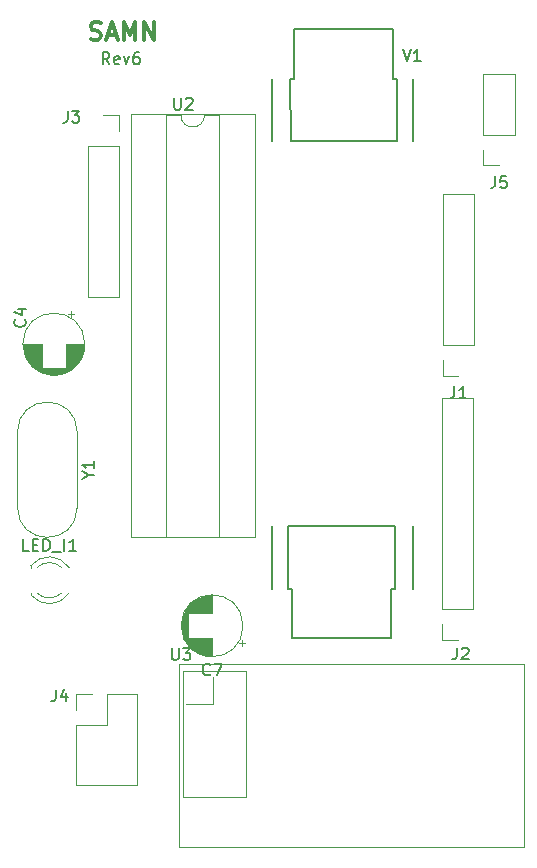
<source format=gto>
G04 #@! TF.GenerationSoftware,KiCad,Pcbnew,5.0.1-33cea8e~68~ubuntu18.04.1*
G04 #@! TF.CreationDate,2018-11-23T15:34:50-05:00*
G04 #@! TF.ProjectId,samn,73616D6E2E6B696361645F7063620000,6*
G04 #@! TF.SameCoordinates,Original*
G04 #@! TF.FileFunction,Legend,Top*
G04 #@! TF.FilePolarity,Positive*
%FSLAX46Y46*%
G04 Gerber Fmt 4.6, Leading zero omitted, Abs format (unit mm)*
G04 Created by KiCad (PCBNEW 5.0.1-33cea8e~68~ubuntu18.04.1) date Fri 23 Nov 2018 03:34:50 PM EST*
%MOMM*%
%LPD*%
G01*
G04 APERTURE LIST*
%ADD10C,0.160000*%
%ADD11C,0.300000*%
%ADD12C,0.120000*%
%ADD13C,0.150000*%
G04 APERTURE END LIST*
D10*
X30763523Y-24602380D02*
X30430190Y-24126190D01*
X30192095Y-24602380D02*
X30192095Y-23602380D01*
X30573047Y-23602380D01*
X30668285Y-23650000D01*
X30715904Y-23697619D01*
X30763523Y-23792857D01*
X30763523Y-23935714D01*
X30715904Y-24030952D01*
X30668285Y-24078571D01*
X30573047Y-24126190D01*
X30192095Y-24126190D01*
X31573047Y-24554761D02*
X31477809Y-24602380D01*
X31287333Y-24602380D01*
X31192095Y-24554761D01*
X31144476Y-24459523D01*
X31144476Y-24078571D01*
X31192095Y-23983333D01*
X31287333Y-23935714D01*
X31477809Y-23935714D01*
X31573047Y-23983333D01*
X31620666Y-24078571D01*
X31620666Y-24173809D01*
X31144476Y-24269047D01*
X31954000Y-23935714D02*
X32192095Y-24602380D01*
X32430190Y-23935714D01*
X33239714Y-23602380D02*
X33049238Y-23602380D01*
X32954000Y-23650000D01*
X32906380Y-23697619D01*
X32811142Y-23840476D01*
X32763523Y-24030952D01*
X32763523Y-24411904D01*
X32811142Y-24507142D01*
X32858761Y-24554761D01*
X32954000Y-24602380D01*
X33144476Y-24602380D01*
X33239714Y-24554761D01*
X33287333Y-24507142D01*
X33334952Y-24411904D01*
X33334952Y-24173809D01*
X33287333Y-24078571D01*
X33239714Y-24030952D01*
X33144476Y-23983333D01*
X32954000Y-23983333D01*
X32858761Y-24030952D01*
X32811142Y-24078571D01*
X32763523Y-24173809D01*
D11*
X29180714Y-22457142D02*
X29395000Y-22528571D01*
X29752142Y-22528571D01*
X29895000Y-22457142D01*
X29966428Y-22385714D01*
X30037857Y-22242857D01*
X30037857Y-22100000D01*
X29966428Y-21957142D01*
X29895000Y-21885714D01*
X29752142Y-21814285D01*
X29466428Y-21742857D01*
X29323571Y-21671428D01*
X29252142Y-21600000D01*
X29180714Y-21457142D01*
X29180714Y-21314285D01*
X29252142Y-21171428D01*
X29323571Y-21100000D01*
X29466428Y-21028571D01*
X29823571Y-21028571D01*
X30037857Y-21100000D01*
X30609285Y-22100000D02*
X31323571Y-22100000D01*
X30466428Y-22528571D02*
X30966428Y-21028571D01*
X31466428Y-22528571D01*
X31966428Y-22528571D02*
X31966428Y-21028571D01*
X32466428Y-22100000D01*
X32966428Y-21028571D01*
X32966428Y-22528571D01*
X33680714Y-22528571D02*
X33680714Y-21028571D01*
X34537857Y-22528571D01*
X34537857Y-21028571D01*
D12*
G04 #@! TO.C,J5*
X65080000Y-30580000D02*
X62420000Y-30580000D01*
X65080000Y-30580000D02*
X65080000Y-25440000D01*
X65080000Y-25440000D02*
X62420000Y-25440000D01*
X62420000Y-30580000D02*
X62420000Y-25440000D01*
X62420000Y-33180000D02*
X62420000Y-31850000D01*
X63750000Y-33180000D02*
X62420000Y-33180000D01*
G04 #@! TO.C,U3*
X36980000Y-75976000D02*
X42314000Y-75976000D01*
X42314000Y-75976000D02*
X42314000Y-86644000D01*
X42314000Y-86644000D02*
X36980000Y-86644000D01*
X36980000Y-86644000D02*
X36980000Y-86644000D01*
X39520000Y-76484000D02*
X39520000Y-78770000D01*
X39520000Y-78770000D02*
X37234000Y-78770000D01*
X37234000Y-78770000D02*
X37234000Y-78770000D01*
X36650000Y-75400000D02*
X65850000Y-75400000D01*
X65850000Y-75400000D02*
X65850000Y-90850000D01*
X65850000Y-90850000D02*
X36650000Y-90850000D01*
X36650000Y-90850000D02*
X36650000Y-75400000D01*
X36650000Y-75400000D02*
X36650000Y-75400000D01*
X36980000Y-86644000D02*
X36980000Y-75976000D01*
X36980000Y-75976000D02*
X36980000Y-75976000D01*
G04 #@! TO.C,J4*
X27920000Y-77920000D02*
X29250000Y-77920000D01*
X27920000Y-79250000D02*
X27920000Y-77920000D01*
X30520000Y-77920000D02*
X33120000Y-77920000D01*
X30520000Y-80520000D02*
X30520000Y-77920000D01*
X27920000Y-80520000D02*
X30520000Y-80520000D01*
X33120000Y-77920000D02*
X33120000Y-85660000D01*
X27920000Y-80520000D02*
X27920000Y-85660000D01*
X27920000Y-85660000D02*
X33120000Y-85660000D01*
G04 #@! TO.C,LED_I1*
X24110000Y-69380000D02*
X24110000Y-69536000D01*
X24110000Y-67064000D02*
X24110000Y-67220000D01*
X26711130Y-69379837D02*
G75*
G02X24629039Y-69380000I-1041130J1079837D01*
G01*
X26711130Y-67220163D02*
G75*
G03X24629039Y-67220000I-1041130J-1079837D01*
G01*
X27342335Y-69378608D02*
G75*
G02X24110000Y-69535516I-1672335J1078608D01*
G01*
X27342335Y-67221392D02*
G75*
G03X24110000Y-67064484I-1672335J-1078608D01*
G01*
D13*
G04 #@! TO.C,V1*
X56500000Y-69000000D02*
X56500000Y-63700000D01*
X44500000Y-69000000D02*
X44500000Y-63700000D01*
X44500000Y-31150000D02*
X44500000Y-25850000D01*
X55100000Y-31150000D02*
X55100000Y-25850000D01*
X54900000Y-63700000D02*
X45900000Y-63700000D01*
X45900000Y-63700000D02*
X45900000Y-69000000D01*
X54621494Y-69016940D02*
X54600000Y-73200000D01*
X46200000Y-69000000D02*
X46200000Y-73200000D01*
X54900000Y-63700000D02*
X54921494Y-69016940D01*
X45900000Y-69000000D02*
X46200000Y-69000000D01*
X46200000Y-73200000D02*
X54600000Y-73200000D01*
X54921494Y-69016940D02*
X54621494Y-69016940D01*
X46100000Y-31150000D02*
X46078506Y-25833060D01*
X46078506Y-25833060D02*
X46378506Y-25833060D01*
X46378506Y-25833060D02*
X46400000Y-21650000D01*
X54800000Y-21650000D02*
X46400000Y-21650000D01*
X54800000Y-25850000D02*
X54800000Y-21650000D01*
X55100000Y-25850000D02*
X54800000Y-25850000D01*
X56500000Y-31150000D02*
X56500000Y-25850000D01*
X46100000Y-31150000D02*
X55100000Y-31150000D01*
D12*
G04 #@! TO.C,Y1*
X22975000Y-62140000D02*
G75*
G03X28025000Y-62140000I2525000J0D01*
G01*
X22975000Y-55740000D02*
G75*
G02X28025000Y-55740000I2525000J0D01*
G01*
X22975000Y-55740000D02*
X22975000Y-62140000D01*
X28025000Y-55740000D02*
X28025000Y-62140000D01*
G04 #@! TO.C,C4*
X27775000Y-45745225D02*
X27275000Y-45745225D01*
X27525000Y-45495225D02*
X27525000Y-45995225D01*
X26334000Y-50901000D02*
X25766000Y-50901000D01*
X26568000Y-50861000D02*
X25532000Y-50861000D01*
X26727000Y-50821000D02*
X25373000Y-50821000D01*
X26855000Y-50781000D02*
X25245000Y-50781000D01*
X26965000Y-50741000D02*
X25135000Y-50741000D01*
X27061000Y-50701000D02*
X25039000Y-50701000D01*
X27148000Y-50661000D02*
X24952000Y-50661000D01*
X27228000Y-50621000D02*
X24872000Y-50621000D01*
X27301000Y-50581000D02*
X24799000Y-50581000D01*
X27369000Y-50541000D02*
X24731000Y-50541000D01*
X27433000Y-50501000D02*
X24667000Y-50501000D01*
X27493000Y-50461000D02*
X24607000Y-50461000D01*
X27550000Y-50421000D02*
X24550000Y-50421000D01*
X27604000Y-50381000D02*
X24496000Y-50381000D01*
X27655000Y-50341000D02*
X24445000Y-50341000D01*
X25010000Y-50301000D02*
X24397000Y-50301000D01*
X27703000Y-50301000D02*
X27090000Y-50301000D01*
X25010000Y-50261000D02*
X24351000Y-50261000D01*
X27749000Y-50261000D02*
X27090000Y-50261000D01*
X25010000Y-50221000D02*
X24307000Y-50221000D01*
X27793000Y-50221000D02*
X27090000Y-50221000D01*
X25010000Y-50181000D02*
X24265000Y-50181000D01*
X27835000Y-50181000D02*
X27090000Y-50181000D01*
X25010000Y-50141000D02*
X24224000Y-50141000D01*
X27876000Y-50141000D02*
X27090000Y-50141000D01*
X25010000Y-50101000D02*
X24186000Y-50101000D01*
X27914000Y-50101000D02*
X27090000Y-50101000D01*
X25010000Y-50061000D02*
X24149000Y-50061000D01*
X27951000Y-50061000D02*
X27090000Y-50061000D01*
X25010000Y-50021000D02*
X24113000Y-50021000D01*
X27987000Y-50021000D02*
X27090000Y-50021000D01*
X25010000Y-49981000D02*
X24079000Y-49981000D01*
X28021000Y-49981000D02*
X27090000Y-49981000D01*
X25010000Y-49941000D02*
X24046000Y-49941000D01*
X28054000Y-49941000D02*
X27090000Y-49941000D01*
X25010000Y-49901000D02*
X24015000Y-49901000D01*
X28085000Y-49901000D02*
X27090000Y-49901000D01*
X25010000Y-49861000D02*
X23985000Y-49861000D01*
X28115000Y-49861000D02*
X27090000Y-49861000D01*
X25010000Y-49821000D02*
X23955000Y-49821000D01*
X28145000Y-49821000D02*
X27090000Y-49821000D01*
X25010000Y-49781000D02*
X23928000Y-49781000D01*
X28172000Y-49781000D02*
X27090000Y-49781000D01*
X25010000Y-49741000D02*
X23901000Y-49741000D01*
X28199000Y-49741000D02*
X27090000Y-49741000D01*
X25010000Y-49701000D02*
X23875000Y-49701000D01*
X28225000Y-49701000D02*
X27090000Y-49701000D01*
X25010000Y-49661000D02*
X23850000Y-49661000D01*
X28250000Y-49661000D02*
X27090000Y-49661000D01*
X25010000Y-49621000D02*
X23826000Y-49621000D01*
X28274000Y-49621000D02*
X27090000Y-49621000D01*
X25010000Y-49581000D02*
X23803000Y-49581000D01*
X28297000Y-49581000D02*
X27090000Y-49581000D01*
X25010000Y-49541000D02*
X23782000Y-49541000D01*
X28318000Y-49541000D02*
X27090000Y-49541000D01*
X25010000Y-49501000D02*
X23760000Y-49501000D01*
X28340000Y-49501000D02*
X27090000Y-49501000D01*
X25010000Y-49461000D02*
X23740000Y-49461000D01*
X28360000Y-49461000D02*
X27090000Y-49461000D01*
X25010000Y-49421000D02*
X23721000Y-49421000D01*
X28379000Y-49421000D02*
X27090000Y-49421000D01*
X25010000Y-49381000D02*
X23702000Y-49381000D01*
X28398000Y-49381000D02*
X27090000Y-49381000D01*
X25010000Y-49341000D02*
X23685000Y-49341000D01*
X28415000Y-49341000D02*
X27090000Y-49341000D01*
X25010000Y-49301000D02*
X23668000Y-49301000D01*
X28432000Y-49301000D02*
X27090000Y-49301000D01*
X25010000Y-49261000D02*
X23652000Y-49261000D01*
X28448000Y-49261000D02*
X27090000Y-49261000D01*
X25010000Y-49221000D02*
X23636000Y-49221000D01*
X28464000Y-49221000D02*
X27090000Y-49221000D01*
X25010000Y-49181000D02*
X23622000Y-49181000D01*
X28478000Y-49181000D02*
X27090000Y-49181000D01*
X25010000Y-49141000D02*
X23608000Y-49141000D01*
X28492000Y-49141000D02*
X27090000Y-49141000D01*
X25010000Y-49101000D02*
X23595000Y-49101000D01*
X28505000Y-49101000D02*
X27090000Y-49101000D01*
X25010000Y-49061000D02*
X23582000Y-49061000D01*
X28518000Y-49061000D02*
X27090000Y-49061000D01*
X25010000Y-49021000D02*
X23570000Y-49021000D01*
X28530000Y-49021000D02*
X27090000Y-49021000D01*
X25010000Y-48980000D02*
X23559000Y-48980000D01*
X28541000Y-48980000D02*
X27090000Y-48980000D01*
X25010000Y-48940000D02*
X23549000Y-48940000D01*
X28551000Y-48940000D02*
X27090000Y-48940000D01*
X25010000Y-48900000D02*
X23539000Y-48900000D01*
X28561000Y-48900000D02*
X27090000Y-48900000D01*
X25010000Y-48860000D02*
X23530000Y-48860000D01*
X28570000Y-48860000D02*
X27090000Y-48860000D01*
X25010000Y-48820000D02*
X23522000Y-48820000D01*
X28578000Y-48820000D02*
X27090000Y-48820000D01*
X25010000Y-48780000D02*
X23514000Y-48780000D01*
X28586000Y-48780000D02*
X27090000Y-48780000D01*
X25010000Y-48740000D02*
X23507000Y-48740000D01*
X28593000Y-48740000D02*
X27090000Y-48740000D01*
X25010000Y-48700000D02*
X23500000Y-48700000D01*
X28600000Y-48700000D02*
X27090000Y-48700000D01*
X25010000Y-48660000D02*
X23494000Y-48660000D01*
X28606000Y-48660000D02*
X27090000Y-48660000D01*
X25010000Y-48620000D02*
X23489000Y-48620000D01*
X28611000Y-48620000D02*
X27090000Y-48620000D01*
X25010000Y-48580000D02*
X23485000Y-48580000D01*
X28615000Y-48580000D02*
X27090000Y-48580000D01*
X25010000Y-48540000D02*
X23481000Y-48540000D01*
X28619000Y-48540000D02*
X27090000Y-48540000D01*
X25010000Y-48500000D02*
X23477000Y-48500000D01*
X28623000Y-48500000D02*
X27090000Y-48500000D01*
X25010000Y-48460000D02*
X23474000Y-48460000D01*
X28626000Y-48460000D02*
X27090000Y-48460000D01*
X25010000Y-48420000D02*
X23472000Y-48420000D01*
X28628000Y-48420000D02*
X27090000Y-48420000D01*
X25010000Y-48380000D02*
X23471000Y-48380000D01*
X28629000Y-48380000D02*
X27090000Y-48380000D01*
X28630000Y-48340000D02*
X27090000Y-48340000D01*
X25010000Y-48340000D02*
X23470000Y-48340000D01*
X28630000Y-48300000D02*
X27090000Y-48300000D01*
X25010000Y-48300000D02*
X23470000Y-48300000D01*
X28670000Y-48300000D02*
G75*
G03X28670000Y-48300000I-2620000J0D01*
G01*
G04 #@! TO.C,C7*
X42004775Y-73875000D02*
X42004775Y-73375000D01*
X42254775Y-73625000D02*
X41754775Y-73625000D01*
X36849000Y-72434000D02*
X36849000Y-71866000D01*
X36889000Y-72668000D02*
X36889000Y-71632000D01*
X36929000Y-72827000D02*
X36929000Y-71473000D01*
X36969000Y-72955000D02*
X36969000Y-71345000D01*
X37009000Y-73065000D02*
X37009000Y-71235000D01*
X37049000Y-73161000D02*
X37049000Y-71139000D01*
X37089000Y-73248000D02*
X37089000Y-71052000D01*
X37129000Y-73328000D02*
X37129000Y-70972000D01*
X37169000Y-73401000D02*
X37169000Y-70899000D01*
X37209000Y-73469000D02*
X37209000Y-70831000D01*
X37249000Y-73533000D02*
X37249000Y-70767000D01*
X37289000Y-73593000D02*
X37289000Y-70707000D01*
X37329000Y-73650000D02*
X37329000Y-70650000D01*
X37369000Y-73704000D02*
X37369000Y-70596000D01*
X37409000Y-73755000D02*
X37409000Y-70545000D01*
X37449000Y-71110000D02*
X37449000Y-70497000D01*
X37449000Y-73803000D02*
X37449000Y-73190000D01*
X37489000Y-71110000D02*
X37489000Y-70451000D01*
X37489000Y-73849000D02*
X37489000Y-73190000D01*
X37529000Y-71110000D02*
X37529000Y-70407000D01*
X37529000Y-73893000D02*
X37529000Y-73190000D01*
X37569000Y-71110000D02*
X37569000Y-70365000D01*
X37569000Y-73935000D02*
X37569000Y-73190000D01*
X37609000Y-71110000D02*
X37609000Y-70324000D01*
X37609000Y-73976000D02*
X37609000Y-73190000D01*
X37649000Y-71110000D02*
X37649000Y-70286000D01*
X37649000Y-74014000D02*
X37649000Y-73190000D01*
X37689000Y-71110000D02*
X37689000Y-70249000D01*
X37689000Y-74051000D02*
X37689000Y-73190000D01*
X37729000Y-71110000D02*
X37729000Y-70213000D01*
X37729000Y-74087000D02*
X37729000Y-73190000D01*
X37769000Y-71110000D02*
X37769000Y-70179000D01*
X37769000Y-74121000D02*
X37769000Y-73190000D01*
X37809000Y-71110000D02*
X37809000Y-70146000D01*
X37809000Y-74154000D02*
X37809000Y-73190000D01*
X37849000Y-71110000D02*
X37849000Y-70115000D01*
X37849000Y-74185000D02*
X37849000Y-73190000D01*
X37889000Y-71110000D02*
X37889000Y-70085000D01*
X37889000Y-74215000D02*
X37889000Y-73190000D01*
X37929000Y-71110000D02*
X37929000Y-70055000D01*
X37929000Y-74245000D02*
X37929000Y-73190000D01*
X37969000Y-71110000D02*
X37969000Y-70028000D01*
X37969000Y-74272000D02*
X37969000Y-73190000D01*
X38009000Y-71110000D02*
X38009000Y-70001000D01*
X38009000Y-74299000D02*
X38009000Y-73190000D01*
X38049000Y-71110000D02*
X38049000Y-69975000D01*
X38049000Y-74325000D02*
X38049000Y-73190000D01*
X38089000Y-71110000D02*
X38089000Y-69950000D01*
X38089000Y-74350000D02*
X38089000Y-73190000D01*
X38129000Y-71110000D02*
X38129000Y-69926000D01*
X38129000Y-74374000D02*
X38129000Y-73190000D01*
X38169000Y-71110000D02*
X38169000Y-69903000D01*
X38169000Y-74397000D02*
X38169000Y-73190000D01*
X38209000Y-71110000D02*
X38209000Y-69882000D01*
X38209000Y-74418000D02*
X38209000Y-73190000D01*
X38249000Y-71110000D02*
X38249000Y-69860000D01*
X38249000Y-74440000D02*
X38249000Y-73190000D01*
X38289000Y-71110000D02*
X38289000Y-69840000D01*
X38289000Y-74460000D02*
X38289000Y-73190000D01*
X38329000Y-71110000D02*
X38329000Y-69821000D01*
X38329000Y-74479000D02*
X38329000Y-73190000D01*
X38369000Y-71110000D02*
X38369000Y-69802000D01*
X38369000Y-74498000D02*
X38369000Y-73190000D01*
X38409000Y-71110000D02*
X38409000Y-69785000D01*
X38409000Y-74515000D02*
X38409000Y-73190000D01*
X38449000Y-71110000D02*
X38449000Y-69768000D01*
X38449000Y-74532000D02*
X38449000Y-73190000D01*
X38489000Y-71110000D02*
X38489000Y-69752000D01*
X38489000Y-74548000D02*
X38489000Y-73190000D01*
X38529000Y-71110000D02*
X38529000Y-69736000D01*
X38529000Y-74564000D02*
X38529000Y-73190000D01*
X38569000Y-71110000D02*
X38569000Y-69722000D01*
X38569000Y-74578000D02*
X38569000Y-73190000D01*
X38609000Y-71110000D02*
X38609000Y-69708000D01*
X38609000Y-74592000D02*
X38609000Y-73190000D01*
X38649000Y-71110000D02*
X38649000Y-69695000D01*
X38649000Y-74605000D02*
X38649000Y-73190000D01*
X38689000Y-71110000D02*
X38689000Y-69682000D01*
X38689000Y-74618000D02*
X38689000Y-73190000D01*
X38729000Y-71110000D02*
X38729000Y-69670000D01*
X38729000Y-74630000D02*
X38729000Y-73190000D01*
X38770000Y-71110000D02*
X38770000Y-69659000D01*
X38770000Y-74641000D02*
X38770000Y-73190000D01*
X38810000Y-71110000D02*
X38810000Y-69649000D01*
X38810000Y-74651000D02*
X38810000Y-73190000D01*
X38850000Y-71110000D02*
X38850000Y-69639000D01*
X38850000Y-74661000D02*
X38850000Y-73190000D01*
X38890000Y-71110000D02*
X38890000Y-69630000D01*
X38890000Y-74670000D02*
X38890000Y-73190000D01*
X38930000Y-71110000D02*
X38930000Y-69622000D01*
X38930000Y-74678000D02*
X38930000Y-73190000D01*
X38970000Y-71110000D02*
X38970000Y-69614000D01*
X38970000Y-74686000D02*
X38970000Y-73190000D01*
X39010000Y-71110000D02*
X39010000Y-69607000D01*
X39010000Y-74693000D02*
X39010000Y-73190000D01*
X39050000Y-71110000D02*
X39050000Y-69600000D01*
X39050000Y-74700000D02*
X39050000Y-73190000D01*
X39090000Y-71110000D02*
X39090000Y-69594000D01*
X39090000Y-74706000D02*
X39090000Y-73190000D01*
X39130000Y-71110000D02*
X39130000Y-69589000D01*
X39130000Y-74711000D02*
X39130000Y-73190000D01*
X39170000Y-71110000D02*
X39170000Y-69585000D01*
X39170000Y-74715000D02*
X39170000Y-73190000D01*
X39210000Y-71110000D02*
X39210000Y-69581000D01*
X39210000Y-74719000D02*
X39210000Y-73190000D01*
X39250000Y-71110000D02*
X39250000Y-69577000D01*
X39250000Y-74723000D02*
X39250000Y-73190000D01*
X39290000Y-71110000D02*
X39290000Y-69574000D01*
X39290000Y-74726000D02*
X39290000Y-73190000D01*
X39330000Y-71110000D02*
X39330000Y-69572000D01*
X39330000Y-74728000D02*
X39330000Y-73190000D01*
X39370000Y-71110000D02*
X39370000Y-69571000D01*
X39370000Y-74729000D02*
X39370000Y-73190000D01*
X39410000Y-74730000D02*
X39410000Y-73190000D01*
X39410000Y-71110000D02*
X39410000Y-69570000D01*
X39450000Y-74730000D02*
X39450000Y-73190000D01*
X39450000Y-71110000D02*
X39450000Y-69570000D01*
X42070000Y-72150000D02*
G75*
G03X42070000Y-72150000I-2620000J0D01*
G01*
G04 #@! TO.C,J1*
X60300000Y-50980000D02*
X58970000Y-50980000D01*
X58970000Y-50980000D02*
X58970000Y-49650000D01*
X58970000Y-48380000D02*
X58970000Y-35620000D01*
X61630000Y-35620000D02*
X58970000Y-35620000D01*
X61630000Y-48380000D02*
X61630000Y-35620000D01*
X61630000Y-48380000D02*
X58970000Y-48380000D01*
G04 #@! TO.C,J3*
X30250000Y-28920000D02*
X31580000Y-28920000D01*
X31580000Y-28920000D02*
X31580000Y-30250000D01*
X31580000Y-31520000D02*
X31580000Y-44280000D01*
X28920000Y-44280000D02*
X31580000Y-44280000D01*
X28920000Y-31520000D02*
X28920000Y-44280000D01*
X28920000Y-31520000D02*
X31580000Y-31520000D01*
G04 #@! TO.C,J2*
X60250000Y-73330000D02*
X58920000Y-73330000D01*
X58920000Y-73330000D02*
X58920000Y-72000000D01*
X58920000Y-70730000D02*
X58920000Y-52890000D01*
X61580000Y-52890000D02*
X58920000Y-52890000D01*
X61580000Y-70730000D02*
X61580000Y-52890000D01*
X61580000Y-70730000D02*
X58920000Y-70730000D01*
G04 #@! TO.C,U2*
X43060000Y-28860000D02*
X32560000Y-28860000D01*
X43060000Y-64660000D02*
X43060000Y-28860000D01*
X32560000Y-64660000D02*
X43060000Y-64660000D01*
X32560000Y-28860000D02*
X32560000Y-64660000D01*
X40060000Y-28920000D02*
X38810000Y-28920000D01*
X40060000Y-64600000D02*
X40060000Y-28920000D01*
X35560000Y-64600000D02*
X40060000Y-64600000D01*
X35560000Y-28920000D02*
X35560000Y-64600000D01*
X36810000Y-28920000D02*
X35560000Y-28920000D01*
X38810000Y-28920000D02*
G75*
G02X36810000Y-28920000I-1000000J0D01*
G01*
G04 #@! TO.C,J5*
D13*
X63416666Y-34072380D02*
X63416666Y-34786666D01*
X63369047Y-34929523D01*
X63273809Y-35024761D01*
X63130952Y-35072380D01*
X63035714Y-35072380D01*
X64369047Y-34072380D02*
X63892857Y-34072380D01*
X63845238Y-34548571D01*
X63892857Y-34500952D01*
X63988095Y-34453333D01*
X64226190Y-34453333D01*
X64321428Y-34500952D01*
X64369047Y-34548571D01*
X64416666Y-34643809D01*
X64416666Y-34881904D01*
X64369047Y-34977142D01*
X64321428Y-35024761D01*
X64226190Y-35072380D01*
X63988095Y-35072380D01*
X63892857Y-35024761D01*
X63845238Y-34977142D01*
G04 #@! TO.C,U3*
X36038095Y-74052380D02*
X36038095Y-74861904D01*
X36085714Y-74957142D01*
X36133333Y-75004761D01*
X36228571Y-75052380D01*
X36419047Y-75052380D01*
X36514285Y-75004761D01*
X36561904Y-74957142D01*
X36609523Y-74861904D01*
X36609523Y-74052380D01*
X36990476Y-74052380D02*
X37609523Y-74052380D01*
X37276190Y-74433333D01*
X37419047Y-74433333D01*
X37514285Y-74480952D01*
X37561904Y-74528571D01*
X37609523Y-74623809D01*
X37609523Y-74861904D01*
X37561904Y-74957142D01*
X37514285Y-75004761D01*
X37419047Y-75052380D01*
X37133333Y-75052380D01*
X37038095Y-75004761D01*
X36990476Y-74957142D01*
G04 #@! TO.C,J4*
X26216666Y-77552380D02*
X26216666Y-78266666D01*
X26169047Y-78409523D01*
X26073809Y-78504761D01*
X25930952Y-78552380D01*
X25835714Y-78552380D01*
X27121428Y-77885714D02*
X27121428Y-78552380D01*
X26883333Y-77504761D02*
X26645238Y-78219047D01*
X27264285Y-78219047D01*
G04 #@! TO.C,LED_I1*
X23931904Y-65802380D02*
X23455714Y-65802380D01*
X23455714Y-64802380D01*
X24265238Y-65278571D02*
X24598571Y-65278571D01*
X24741428Y-65802380D02*
X24265238Y-65802380D01*
X24265238Y-64802380D01*
X24741428Y-64802380D01*
X25170000Y-65802380D02*
X25170000Y-64802380D01*
X25408095Y-64802380D01*
X25550952Y-64850000D01*
X25646190Y-64945238D01*
X25693809Y-65040476D01*
X25741428Y-65230952D01*
X25741428Y-65373809D01*
X25693809Y-65564285D01*
X25646190Y-65659523D01*
X25550952Y-65754761D01*
X25408095Y-65802380D01*
X25170000Y-65802380D01*
X25931904Y-65897619D02*
X26693809Y-65897619D01*
X26931904Y-65802380D02*
X26931904Y-64802380D01*
X27931904Y-65802380D02*
X27360476Y-65802380D01*
X27646190Y-65802380D02*
X27646190Y-64802380D01*
X27550952Y-64945238D01*
X27455714Y-65040476D01*
X27360476Y-65088095D01*
G04 #@! TO.C,V1*
X55590476Y-23352380D02*
X55923809Y-24352380D01*
X56257142Y-23352380D01*
X57114285Y-24352380D02*
X56542857Y-24352380D01*
X56828571Y-24352380D02*
X56828571Y-23352380D01*
X56733333Y-23495238D01*
X56638095Y-23590476D01*
X56542857Y-23638095D01*
G04 #@! TO.C,Y1*
X29001190Y-59416190D02*
X29477380Y-59416190D01*
X28477380Y-59749523D02*
X29001190Y-59416190D01*
X28477380Y-59082857D01*
X29477380Y-58225714D02*
X29477380Y-58797142D01*
X29477380Y-58511428D02*
X28477380Y-58511428D01*
X28620238Y-58606666D01*
X28715476Y-58701904D01*
X28763095Y-58797142D01*
G04 #@! TO.C,C4*
X23607142Y-46216666D02*
X23654761Y-46264285D01*
X23702380Y-46407142D01*
X23702380Y-46502380D01*
X23654761Y-46645238D01*
X23559523Y-46740476D01*
X23464285Y-46788095D01*
X23273809Y-46835714D01*
X23130952Y-46835714D01*
X22940476Y-46788095D01*
X22845238Y-46740476D01*
X22750000Y-46645238D01*
X22702380Y-46502380D01*
X22702380Y-46407142D01*
X22750000Y-46264285D01*
X22797619Y-46216666D01*
X23035714Y-45359523D02*
X23702380Y-45359523D01*
X22654761Y-45597619D02*
X23369047Y-45835714D01*
X23369047Y-45216666D01*
G04 #@! TO.C,C7*
X39283333Y-76257142D02*
X39235714Y-76304761D01*
X39092857Y-76352380D01*
X38997619Y-76352380D01*
X38854761Y-76304761D01*
X38759523Y-76209523D01*
X38711904Y-76114285D01*
X38664285Y-75923809D01*
X38664285Y-75780952D01*
X38711904Y-75590476D01*
X38759523Y-75495238D01*
X38854761Y-75400000D01*
X38997619Y-75352380D01*
X39092857Y-75352380D01*
X39235714Y-75400000D01*
X39283333Y-75447619D01*
X39616666Y-75352380D02*
X40283333Y-75352380D01*
X39854761Y-76352380D01*
G04 #@! TO.C,J1*
X59966666Y-51872380D02*
X59966666Y-52586666D01*
X59919047Y-52729523D01*
X59823809Y-52824761D01*
X59680952Y-52872380D01*
X59585714Y-52872380D01*
X60966666Y-52872380D02*
X60395238Y-52872380D01*
X60680952Y-52872380D02*
X60680952Y-51872380D01*
X60585714Y-52015238D01*
X60490476Y-52110476D01*
X60395238Y-52158095D01*
G04 #@! TO.C,J3*
X27216666Y-28552380D02*
X27216666Y-29266666D01*
X27169047Y-29409523D01*
X27073809Y-29504761D01*
X26930952Y-29552380D01*
X26835714Y-29552380D01*
X27597619Y-28552380D02*
X28216666Y-28552380D01*
X27883333Y-28933333D01*
X28026190Y-28933333D01*
X28121428Y-28980952D01*
X28169047Y-29028571D01*
X28216666Y-29123809D01*
X28216666Y-29361904D01*
X28169047Y-29457142D01*
X28121428Y-29504761D01*
X28026190Y-29552380D01*
X27740476Y-29552380D01*
X27645238Y-29504761D01*
X27597619Y-29457142D01*
G04 #@! TO.C,J2*
X60166666Y-74002380D02*
X60166666Y-74716666D01*
X60119047Y-74859523D01*
X60023809Y-74954761D01*
X59880952Y-75002380D01*
X59785714Y-75002380D01*
X60595238Y-74097619D02*
X60642857Y-74050000D01*
X60738095Y-74002380D01*
X60976190Y-74002380D01*
X61071428Y-74050000D01*
X61119047Y-74097619D01*
X61166666Y-74192857D01*
X61166666Y-74288095D01*
X61119047Y-74430952D01*
X60547619Y-75002380D01*
X61166666Y-75002380D01*
G04 #@! TO.C,U2*
X36238095Y-27452380D02*
X36238095Y-28261904D01*
X36285714Y-28357142D01*
X36333333Y-28404761D01*
X36428571Y-28452380D01*
X36619047Y-28452380D01*
X36714285Y-28404761D01*
X36761904Y-28357142D01*
X36809523Y-28261904D01*
X36809523Y-27452380D01*
X37238095Y-27547619D02*
X37285714Y-27500000D01*
X37380952Y-27452380D01*
X37619047Y-27452380D01*
X37714285Y-27500000D01*
X37761904Y-27547619D01*
X37809523Y-27642857D01*
X37809523Y-27738095D01*
X37761904Y-27880952D01*
X37190476Y-28452380D01*
X37809523Y-28452380D01*
G04 #@! TD*
M02*

</source>
